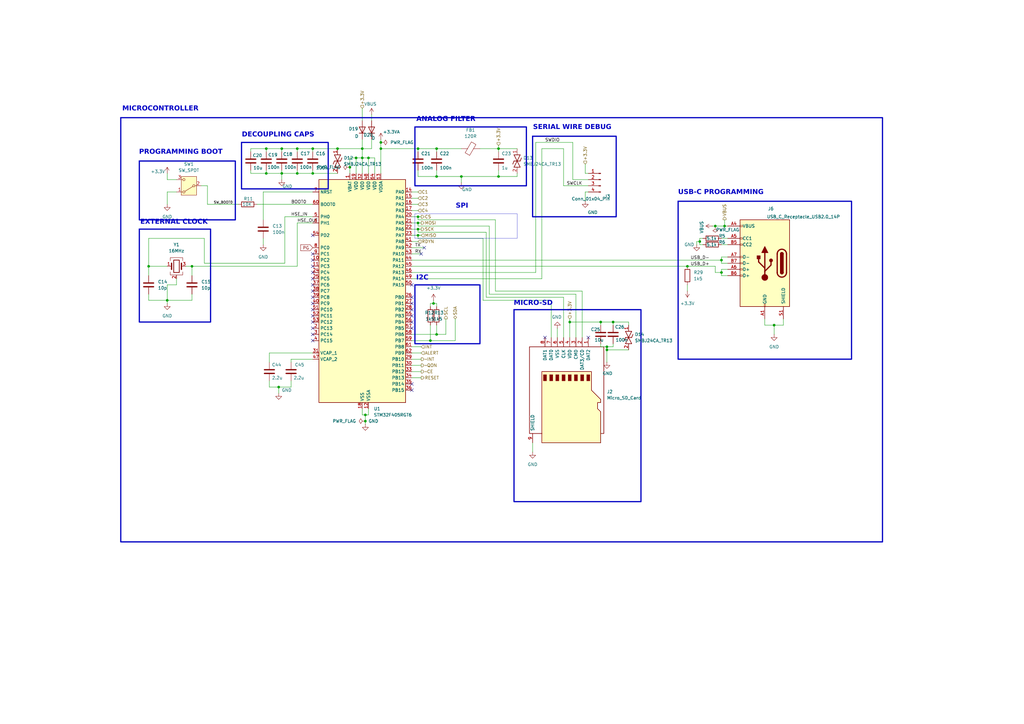
<source format=kicad_sch>
(kicad_sch (version 20250114) (generator "eeschema") (generator_version "9.0")
  (paper "A3")
  (lib_symbols
    (symbol "Connector:Conn_01x04_Pin" (pin_names (offset 1.016) (hide yes))
      (property "Reference" "J" (at 0 5.08 0))
      (property "Value" "Conn_01x04_Pin" (at 0 -7.62 0))
      (symbol "Conn_01x04_Pin_1_1"
        (rectangle (start 0.8636 2.667) (end 0 2.413) (stroke (width 0.1524)) (fill (type outline)))
        (rectangle (start 0.8636 0.127) (end 0 -0.127) (stroke (width 0.1524)) (fill (type outline)))
        (rectangle (start 0.8636 -2.413) (end 0 -2.667) (stroke (width 0.1524)) (fill (type outline)))
        (rectangle (start 0.8636 -4.953) (end 0 -5.207) (stroke (width 0.1524)) (fill (type outline)))
        (polyline (pts (xy 1.27 2.54) (xy 0.8636 2.54)) (stroke (width 0.1524)))
        (polyline (pts (xy 1.27 0) (xy 0.8636 0)) (stroke (width 0.1524)))
        (polyline (pts (xy 1.27 -2.54) (xy 0.8636 -2.54)) (stroke (width 0.1524)))
        (polyline (pts (xy 1.27 -5.08) (xy 0.8636 -5.08)) (stroke (width 0.1524)))
        (pin passive line (at 5.08 2.54 180) (length 3.81) (name "Pin_1") (number "1"))
        (pin passive line (at 5.08 0 180) (length 3.81) (name "Pin_2") (number "2"))
        (pin passive line (at 5.08 -2.54 180) (length 3.81) (name "Pin_3") (number "3"))
        (pin passive line (at 5.08 -5.08 180) (length 3.81) (name "Pin_4") (number "4"))
      )
    )
    (symbol "Connector:Micro_SD_Card" (pin_names (offset 1.016))
      (property "Reference" "J" (at -16.51 15.24 0))
      (property "Value" "Micro_SD_Card" (at 16.51 15.24 0))
      (symbol "Micro_SD_Card_0_1"
        (polyline (pts (xy -8.89 -11.43) (xy -8.89 8.89) (xy -1.27 8.89) (xy 2.54 12.7) (xy 3.81 12.7) (xy 3.81 11.43) (xy 6.35 11.43) (xy 7.62 12.7) (xy 20.32 12.7) (xy 20.32 -11.43) (xy -8.89 -11.43)) (stroke (width 0.254)) (fill (type background)))
        (rectangle (start -7.62 8.255) (end -5.08 6.985) (fill (type outline)))
        (rectangle (start -7.62 5.715) (end -5.08 4.445) (fill (type outline)))
        (rectangle (start -7.62 3.175) (end -5.08 1.905) (fill (type outline)))
        (rectangle (start -7.62 0.635) (end -5.08 -0.635) (fill (type outline)))
        (rectangle (start -7.62 -1.905) (end -5.08 -3.175) (fill (type outline)))
        (rectangle (start -7.62 -4.445) (end -5.08 -5.715) (fill (type outline)))
        (rectangle (start -7.62 -6.985) (end -5.08 -8.255) (fill (type outline)))
        (rectangle (start -7.62 -9.525) (end -5.08 -10.795) (fill (type outline)))
        (polyline (pts (xy 16.51 12.7) (xy 16.51 13.97) (xy -19.05 13.97) (xy -19.05 -16.51) (xy 16.51 -16.51) (xy 16.51 -11.43)) (stroke (width 0.254)))
      )
      (symbol "Micro_SD_Card_1_1"
        (pin bidirectional line (at -22.86 7.62 0) (length 3.81) (name "DAT2") (number "1"))
        (pin bidirectional line (at -22.86 5.08 0) (length 3.81) (name "DAT3/CD") (number "2"))
        (pin input line (at -22.86 2.54 0) (length 3.81) (name "CMD") (number "3"))
        (pin power_in line (at -22.86 0 0) (length 3.81) (name "VDD") (number "4"))
        (pin input line (at -22.86 -2.54 0) (length 3.81) (name "CLK") (number "5"))
        (pin power_in line (at -22.86 -5.08 0) (length 3.81) (name "VSS") (number "6"))
        (pin bidirectional line (at -22.86 -7.62 0) (length 3.81) (name "DAT0") (number "7"))
        (pin bidirectional line (at -22.86 -10.16 0) (length 3.81) (name "DAT1") (number "8"))
        (pin passive line (at 20.32 -15.24 180) (length 3.81) (name "SHIELD") (number "9"))
      )
    )
    (symbol "Connector:USB_C_Receptacle_USB2.0_14P" (pin_names (offset 1.016))
      (property "Reference" "J" (at 0 22.225 0))
      (property "Value" "USB_C_Receptacle_USB2.0_14P" (at 0 19.685 0))
      (symbol "USB_C_Receptacle_USB2.0_14P_0_0"
        (rectangle (start -0.254 -17.78) (end 0.254 -16.764))
        (rectangle (start 10.16 15.494) (end 9.144 14.986))
        (rectangle (start 10.16 10.414) (end 9.144 9.906))
        (rectangle (start 10.16 7.874) (end 9.144 7.366))
        (rectangle (start 10.16 2.794) (end 9.144 2.286))
        (rectangle (start 10.16 0.254) (end 9.144 -0.254))
        (rectangle (start 10.16 -2.286) (end 9.144 -2.794))
        (rectangle (start 10.16 -4.826) (end 9.144 -5.334))
      )
      (symbol "USB_C_Receptacle_USB2.0_14P_0_1"
        (rectangle (start -10.16 17.78) (end 10.16 -17.78) (stroke (width 0.254)) (fill (type background)))
        (polyline (pts (xy -8.89 -3.81) (xy -8.89 3.81)) (stroke (width 0.508)))
        (rectangle (start -7.62 -3.81) (end -6.35 3.81) (stroke (width 0.254)) (fill (type outline)))
        (arc (start -7.62 3.81) (mid -6.985 4.4423) (end -6.35 3.81) (stroke (width 0.254)))
        (arc (start -7.62 3.81) (mid -6.985 4.4423) (end -6.35 3.81) (stroke (width 0.254)) (fill (type outline)))
        (arc (start -8.89 3.81) (mid -6.985 5.7067) (end -5.08 3.81) (stroke (width 0.508)))
        (arc (start -5.08 -3.81) (mid -6.985 -5.7067) (end -8.89 -3.81) (stroke (width 0.508)))
        (arc (start -6.35 -3.81) (mid -6.985 -4.4423) (end -7.62 -3.81) (stroke (width 0.254)))
        (arc (start -6.35 -3.81) (mid -6.985 -4.4423) (end -7.62 -3.81) (stroke (width 0.254)) (fill (type outline)))
        (polyline (pts (xy -5.08 3.81) (xy -5.08 -3.81)) (stroke (width 0.508)))
        (circle (center -2.54 1.143) (radius 0.635) (stroke (width 0.254)) (fill (type outline)))
        (polyline (pts (xy -1.27 4.318) (xy 0 6.858) (xy 1.27 4.318) (xy -1.27 4.318)) (stroke (width 0.254)) (fill (type outline)))
        (polyline (pts (xy 0 -2.032) (xy 2.54 0.508) (xy 2.54 1.778)) (stroke (width 0.508)))
        (polyline (pts (xy 0 -3.302) (xy -2.54 -0.762) (xy -2.54 0.508)) (stroke (width 0.508)))
        (polyline (pts (xy 0 -5.842) (xy 0 4.318)) (stroke (width 0.508)))
        (circle (center 0 -5.842) (radius 1.27) (fill (type outline)))
        (rectangle (start 1.905 1.778) (end 3.175 3.048) (stroke (width 0.254)) (fill (type outline)))
      )
      (symbol "USB_C_Receptacle_USB2.0_14P_1_1"
        (pin passive line (at -7.62 -22.86 90) (length 5.08) (name "SHIELD") (number "S1"))
        (pin passive line (at 0 -22.86 90) (length 5.08) (name "GND") (number "A1"))
        (pin passive line (at 0 -22.86 90) (length 5.08) (hide yes) (name "GND") (number "A12"))
        (pin passive line (at 0 -22.86 90) (length 5.08) (hide yes) (name "GND") (number "B1"))
        (pin passive line (at 0 -22.86 90) (length 5.08) (hide yes) (name "GND") (number "B12"))
        (pin passive line (at 15.24 15.24 180) (length 5.08) (name "VBUS") (number "A4"))
        (pin passive line (at 15.24 15.24 180) (length 5.08) (hide yes) (name "VBUS") (number "A9"))
        (pin passive line (at 15.24 15.24 180) (length 5.08) (hide yes) (name "VBUS") (number "B4"))
        (pin passive line (at 15.24 15.24 180) (length 5.08) (hide yes) (name "VBUS") (number "B9"))
        (pin bidirectional line (at 15.24 10.16 180) (length 5.08) (name "CC1") (number "A5"))
        (pin bidirectional line (at 15.24 7.62 180) (length 5.08) (name "CC2") (number "B5"))
        (pin bidirectional line (at 15.24 2.54 180) (length 5.08) (name "D-") (number "A7"))
        (pin bidirectional line (at 15.24 0 180) (length 5.08) (name "D-") (number "B7"))
        (pin bidirectional line (at 15.24 -2.54 180) (length 5.08) (name "D+") (number "A6"))
        (pin bidirectional line (at 15.24 -5.08 180) (length 5.08) (name "D+") (number "B6"))
      )
    )
    (symbol "Crystal_GND24_1" (pin_names (offset 1.016) (hide yes))
      (property "Reference" "Y" (at 3.175 5.08 0))
      (property "Value" "Crystal_GND24" (at 3.175 3.175 0))
      (symbol "Crystal_GND24_1_0_1"
        (polyline (pts (xy -2.54 2.286) (xy -2.54 3.556) (xy 2.54 3.556) (xy 2.54 2.286)))
        (polyline (pts (xy -2.54 0) (xy -2.032 0)))
        (polyline (pts (xy -2.54 -2.286) (xy -2.54 -3.556) (xy 2.54 -3.556) (xy 2.54 -2.286)))
        (polyline (pts (xy -2.032 -1.27) (xy -2.032 1.27)) (stroke (width 0.508)))
        (rectangle (start -1.143 2.54) (end 1.143 -2.54) (stroke (width 0.3048)))
        (polyline (pts (xy 0 -3.81) (xy 0 -3.556)))
        (polyline (pts (xy 2.032 0) (xy 2.54 0)))
        (polyline (pts (xy 2.032 -1.27) (xy 2.032 1.27)) (stroke (width 0.508)))
      )
      (symbol "Crystal_GND24_1_1_1"
        (pin passive line (at -3.81 0 0) (length 1.27) (name "1") (number "1"))
        (pin passive line (at 0 -5.08 90) (length 1.27) (name "G") (number "2"))
        (pin passive line (at 0 -5.08 90) (length 1.27) (hide yes) (name "G") (number "4"))
        (pin passive line (at 3.81 0 180) (length 1.27) (name "3") (number "3"))
      )
    )
    (symbol "Device:C" (pin_numbers (hide yes)) (pin_names (offset 0.254))
      (property "Reference" "C" (at 0.635 2.54 0))
      (property "Value" "C" (at 0.635 -2.54 0))
      (symbol "C_0_1"
        (polyline (pts (xy -2.032 0.762) (xy 2.032 0.762)) (stroke (width 0.508)))
        (polyline (pts (xy -2.032 -0.762) (xy 2.032 -0.762)) (stroke (width 0.508)))
      )
      (symbol "C_1_1"
        (pin passive line (at 0 3.81 270) (length 2.794) (name "~") (number "1"))
        (pin passive line (at 0 -3.81 90) (length 2.794) (name "~") (number "2"))
      )
    )
    (symbol "Device:D" (pin_numbers (hide yes)) (pin_names (offset 1.016) (hide yes))
      (property "Reference" "D" (at 0 2.54 0))
      (property "Value" "D" (at 0 -2.54 0))
      (symbol "D_0_1"
        (polyline (pts (xy -1.27 1.27) (xy -1.27 -1.27)) (stroke (width 0.254)))
        (polyline (pts (xy 1.27 1.27) (xy 1.27 -1.27) (xy -1.27 0) (xy 1.27 1.27)) (stroke (width 0.254)))
        (polyline (pts (xy 1.27 0) (xy -1.27 0)))
      )
      (symbol "D_1_1"
        (pin passive line (at -3.81 0 0) (length 2.54) (name "K") (number "1"))
        (pin passive line (at 3.81 0 180) (length 2.54) (name "A") (number "2"))
      )
    )
    (symbol "Device:FerriteBead" (pin_numbers (hide yes)) (pin_names (offset 0))
      (property "Reference" "FB" (at -3.81 0.635 90))
      (property "Value" "FerriteBead" (at 3.81 0 90))
      (symbol "FerriteBead_0_1"
        (polyline (pts (xy -2.7686 0.4064) (xy -1.7018 2.2606) (xy 2.7686 -0.3048) (xy 1.6764 -2.159) (xy -2.7686 0.4064)))
        (polyline (pts (xy 0 1.27) (xy 0 1.2954)))
        (polyline (pts (xy 0 -1.27) (xy 0 -1.2192)))
      )
      (symbol "FerriteBead_1_1"
        (pin passive line (at 0 3.81 270) (length 2.54) (name "~") (number "1"))
        (pin passive line (at 0 -3.81 90) (length 2.54) (name "~") (number "2"))
      )
    )
    (symbol "Device:R" (pin_numbers (hide yes)) (pin_names (offset 0))
      (property "Reference" "R" (at 2.032 0 90))
      (property "Value" "R" (at 0 0 90))
      (symbol "R_0_1"
        (rectangle (start -1.016 -2.54) (end 1.016 2.54) (stroke (width 0.254)))
      )
      (symbol "R_1_1"
        (pin passive line (at 0 3.81 270) (length 1.27) (name "~") (number "1"))
        (pin passive line (at 0 -3.81 90) (length 1.27) (name "~") (number "2"))
      )
    )
    (symbol "MCU_ST_STM32F4:STM32F405RGTx"
      (property "Reference" "U" (at -17.78 46.99 0))
      (property "Value" "STM32F405RGTx" (at 10.16 46.99 0))
      (symbol "STM32F405RGTx_0_1"
        (rectangle (start -17.78 -45.72) (end 17.78 45.72) (stroke (width 0.254)) (fill (type background)))
      )
      (symbol "STM32F405RGTx_1_1"
        (pin input line (at -20.32 40.64 0) (length 2.54) (name "NRST") (number "7"))
        (pin input line (at -20.32 35.56 0) (length 2.54) (name "BOOT0") (number "60"))
        (pin bidirectional line (at -20.32 30.48 0) (length 2.54) (name "PH0") (number "5"))
        (pin bidirectional line (at -20.32 27.94 0) (length 2.54) (name "PH1") (number "6"))
        (pin bidirectional line (at -20.32 22.86 0) (length 2.54) (name "PD2") (number "54"))
        (pin bidirectional line (at -20.32 17.78 0) (length 2.54) (name "PC0") (number "8"))
        (pin bidirectional line (at -20.32 15.24 0) (length 2.54) (name "PC1") (number "9"))
        (pin bidirectional line (at -20.32 12.7 0) (length 2.54) (name "PC2") (number "10"))
        (pin bidirectional line (at -20.32 10.16 0) (length 2.54) (name "PC3") (number "11"))
        (pin bidirectional line (at -20.32 7.62 0) (length 2.54) (name "PC4") (number "24"))
        (pin bidirectional line (at -20.32 5.08 0) (length 2.54) (name "PC5") (number "25"))
        (pin bidirectional line (at -20.32 2.54 0) (length 2.54) (name "PC6") (number "37"))
        (pin bidirectional line (at -20.32 0 0) (length 2.54) (name "PC7") (number "38"))
        (pin bidirectional line (at -20.32 -2.54 0) (length 2.54) (name "PC8") (number "39"))
        (pin bidirectional line (at -20.32 -5.08 0) (length 2.54) (name "PC9") (number "40"))
        (pin bidirectional line (at -20.32 -7.62 0) (length 2.54) (name "PC10") (number "51"))
        (pin bidirectional line (at -20.32 -10.16 0) (length 2.54) (name "PC11") (number "52"))
        (pin bidirectional line (at -20.32 -12.7 0) (length 2.54) (name "PC12") (number "53"))
        (pin bidirectional line (at -20.32 -15.24 0) (length 2.54) (name "PC13") (number "2"))
        (pin bidirectional line (at -20.32 -17.78 0) (length 2.54) (name "PC14") (number "3"))
        (pin bidirectional line (at -20.32 -20.32 0) (length 2.54) (name "PC15") (number "4"))
        (pin power_out line (at -20.32 -25.4 0) (length 2.54) (name "VCAP_1") (number "31"))
        (pin power_out line (at -20.32 -27.94 0) (length 2.54) (name "VCAP_2") (number "47"))
        (pin power_in line (at -5.08 48.26 270) (length 2.54) (name "VBAT") (number "1"))
        (pin power_in line (at -2.54 48.26 270) (length 2.54) (name "VDD") (number "19"))
        (pin power_in line (at 0 48.26 270) (length 2.54) (name "VDD") (number "32"))
        (pin power_in line (at 0 -48.26 90) (length 2.54) (name "VSS") (number "18"))
        (pin passive line (at 0 -48.26 90) (length 2.54) (hide yes) (name "VSS") (number "63"))
        (pin power_in line (at 2.54 48.26 270) (length 2.54) (name "VDD") (number "48"))
        (pin power_in line (at 2.54 -48.26 90) (length 2.54) (name "VSSA") (number "12"))
        (pin power_in line (at 5.08 48.26 270) (length 2.54) (name "VDD") (number "64"))
        (pin power_in line (at 7.62 48.26 270) (length 2.54) (name "VDDA") (number "13"))
        (pin bidirectional line (at 20.32 40.64 180) (length 2.54) (name "PA0") (number "14"))
        (pin bidirectional line (at 20.32 38.1 180) (length 2.54) (name "PA1") (number "15"))
        (pin bidirectional line (at 20.32 35.56 180) (length 2.54) (name "PA2") (number "16"))
        (pin bidirectional line (at 20.32 33.02 180) (length 2.54) (name "PA3") (number "17"))
        (pin bidirectional line (at 20.32 30.48 180) (length 2.54) (name "PA4") (number "20"))
        (pin bidirectional line (at 20.32 27.94 180) (length 2.54) (name "PA5") (number "21"))
        (pin bidirectional line (at 20.32 25.4 180) (length 2.54) (name "PA6") (number "22"))
        (pin bidirectional line (at 20.32 22.86 180) (length 2.54) (name "PA7") (number "23"))
        (pin bidirectional line (at 20.32 20.32 180) (length 2.54) (name "PA8") (number "41"))
        (pin bidirectional line (at 20.32 17.78 180) (length 2.54) (name "PA9") (number "42"))
        (pin bidirectional line (at 20.32 15.24 180) (length 2.54) (name "PA10") (number "43"))
        (pin bidirectional line (at 20.32 12.7 180) (length 2.54) (name "PA11") (number "44"))
        (pin bidirectional line (at 20.32 10.16 180) (length 2.54) (name "PA12") (number "45"))
        (pin bidirectional line (at 20.32 7.62 180) (length 2.54) (name "PA13") (number "46"))
        (pin bidirectional line (at 20.32 5.08 180) (length 2.54) (name "PA14") (number "49"))
        (pin bidirectional line (at 20.32 2.54 180) (length 2.54) (name "PA15") (number "50"))
        (pin bidirectional line (at 20.32 -2.54 180) (length 2.54) (name "PB0") (number "26"))
        (pin bidirectional line (at 20.32 -5.08 180) (length 2.54) (name "PB1") (number "27"))
        (pin bidirectional line (at 20.32 -7.62 180) (length 2.54) (name "PB2") (number "28"))
        (pin bidirectional line (at 20.32 -10.16 180) (length 2.54) (name "PB3") (number "55"))
        (pin bidirectional line (at 20.32 -12.7 180) (length 2.54) (name "PB4") (number "56"))
        (pin bidirectional line (at 20.32 -15.24 180) (length 2.54) (name "PB5") (number "57"))
        (pin bidirectional line (at 20.32 -17.78 180) (length 2.54) (name "PB6") (number "58"))
        (pin bidirectional line (at 20.32 -20.32 180) (length 2.54) (name "PB7") (number "59"))
        (pin bidirectional line (at 20.32 -22.86 180) (length 2.54) (name "PB8") (number "61"))
        (pin bidirectional line (at 20.32 -25.4 180) (length 2.54) (name "PB9") (number "62"))
        (pin bidirectional line (at 20.32 -27.94 180) (length 2.54) (name "PB10") (number "29"))
        (pin bidirectional line (at 20.32 -30.48 180) (length 2.54) (name "PB11") (number "30"))
        (pin bidirectional line (at 20.32 -33.02 180) (length 2.54) (name "PB12") (number "33"))
        (pin bidirectional line (at 20.32 -35.56 180) (length 2.54) (name "PB13") (number "34"))
        (pin bidirectional line (at 20.32 -38.1 180) (length 2.54) (name "PB14") (number "35"))
        (pin bidirectional line (at 20.32 -40.64 180) (length 2.54) (name "PB15") (number "36"))
      )
    )
    (symbol "SMBJ24CA_TR13_1" (pin_names (hide yes))
      (property "Reference" "D" (at 12.7 8.89 0))
      (property "Value" "SMBJ24CA_TR13" (at 12.7 6.35 0))
      (symbol "SMBJ24CA_TR13_1_1_1"
        (polyline (pts (xy 5.08 1.27) (xy 5.08 -1.27)) (stroke (width 0.254)))
        (polyline (pts (xy 5.08 1.27) (xy 7.62 0)) (stroke (width 0.254)))
        (polyline (pts (xy 6.35 1.778) (xy 7.62 1.27)) (stroke (width 0.254)))
        (polyline (pts (xy 7.62 0) (xy 5.08 -1.27)) (stroke (width 0.254)))
        (polyline (pts (xy 7.62 0) (xy 10.16 -1.27)) (stroke (width 0.254)))
        (polyline (pts (xy 7.62 -1.27) (xy 7.62 1.27)) (stroke (width 0.254)))
        (polyline (pts (xy 7.62 -1.27) (xy 8.89 -1.778)) (stroke (width 0.254)))
        (polyline (pts (xy 10.16 1.27) (xy 7.62 0)) (stroke (width 0.254)))
        (polyline (pts (xy 10.16 1.27) (xy 10.16 -1.27)) (stroke (width 0.254)))
        (pin passive line (at 2.54 0 0) (length 2.54) (name "1") (number "1"))
        (pin passive line (at 12.7 0 180) (length 2.54) (name "2") (number "2"))
      )
    )
    (symbol "Switch:SW_SPDT" (pin_names (offset 0) (hide yes))
      (property "Reference" "SW" (at 0 5.08 0))
      (property "Value" "SW_SPDT" (at 0 -5.08 0))
      (symbol "SW_SPDT_0_1"
        (circle (center -2.032 0) (radius 0.4572))
        (polyline (pts (xy -1.651 0.254) (xy 1.651 2.286)))
        (circle (center 2.032 2.54) (radius 0.4572))
        (circle (center 2.032 -2.54) (radius 0.4572))
      )
      (symbol "SW_SPDT_1_1"
        (rectangle (start -3.175 3.81) (end 3.175 -3.81) (fill (type background)))
        (pin passive line (at -5.08 0 0) (length 2.54) (name "B") (number "2"))
        (pin passive line (at 5.08 2.54 180) (length 2.54) (name "A") (number "1"))
        (pin passive line (at 5.08 -2.54 180) (length 2.54) (name "C") (number "3"))
      )
    )
    (symbol "power:+3.3V" (power) (pin_numbers (hide yes)) (pin_names (offset 0) (hide yes))
      (property "Value" "+3.3V" (at 0 3.556 0))
      (symbol "+3.3V_0_1"
        (polyline (pts (xy -0.762 1.27) (xy 0 2.54)))
        (polyline (pts (xy 0 2.54) (xy 0.762 1.27)))
        (polyline (pts (xy 0 0) (xy 0 2.54)))
      )
      (symbol "+3.3V_1_1"
        (pin power_in line (at 0 0 90) (length 0) (name "~") (number "1"))
      )
    )
    (symbol "power:+3.3VA" (power) (pin_numbers (hide yes)) (pin_names (offset 0) (hide yes))
      (property "Value" "+3.3VA" (at 0 3.556 0))
      (symbol "+3.3VA_0_1"
        (polyline (pts (xy -0.762 1.27) (xy 0 2.54)))
        (polyline (pts (xy 0 2.54) (xy 0.762 1.27)))
        (polyline (pts (xy 0 0) (xy 0 2.54)))
      )
      (symbol "+3.3VA_1_1"
        (pin power_in line (at 0 0 90) (length 0) (name "~") (number "1"))
      )
    )
    (symbol "power:GND" (power) (pin_numbers (hide yes)) (pin_names (offset 0) (hide yes))
      (property "Value" "GND" (at 0 -3.81 0))
      (symbol "GND_0_1"
        (polyline (pts (xy 0 0) (xy 0 -1.27) (xy 1.27 -1.27) (xy 0 -2.54) (xy -1.27 -1.27) (xy 0 -1.27)))
      )
      (symbol "GND_1_1"
        (pin power_in line (at 0 0 270) (length 0) (name "~") (number "1"))
      )
    )
    (symbol "power:PWR_FLAG" (power) (pin_numbers (hide yes)) (pin_names (offset 0) (hide yes))
      (property "Value" "PWR_FLAG" (at 0 3.81 0))
      (symbol "PWR_FLAG_0_0"
        (pin power_out line (at 0 0 90) (length 0) (name "~") (number "1"))
      )
      (symbol "PWR_FLAG_0_1"
        (polyline (pts (xy 0 0) (xy 0 1.27) (xy -1.016 1.905) (xy 0 2.54) (xy 1.016 1.905) (xy 0 1.27)))
      )
    )
    (symbol "power:VBUS" (power) (pin_numbers (hide yes)) (pin_names (offset 0) (hide yes))
      (property "Value" "VBUS" (at 0 3.556 0))
      (symbol "VBUS_0_1"
        (polyline (pts (xy -0.762 1.27) (xy 0 2.54)))
        (polyline (pts (xy 0 2.54) (xy 0.762 1.27)))
        (polyline (pts (xy 0 0) (xy 0 2.54)))
      )
      (symbol "VBUS_1_1"
        (pin power_in line (at 0 0 90) (length 0) (name "~") (number "1"))
      )
    )
  )
  (rectangle (start 170.18 87.63) (end 212.09 97.79) (stroke (width 0.1)))
  (rectangle (start 57.15 93.98) (end 86.36 132.08) (stroke (width 0.5)))
  (rectangle (start 278.13 82.55) (end 349.25 147.32) (stroke (width 0.5)))
  (rectangle (start 170.18 116.84) (end 196.85 140.97) (stroke (width 0.5)))
  (rectangle (start 99.06 58.42) (end 134.62 77.47) (stroke (width 0.5)))
  (rectangle (start 49.53 48.26) (end 361.95 222.25) (stroke (width 0.5)))
  (rectangle (start 170.18 52.07) (end 215.9 76.2) (stroke (width 0.5)))
  (rectangle (start 218.44 55.88) (end 252.73 88.9) (stroke (width 0.5)))
  (rectangle (start 210.82 127) (end 262.89 205.74) (stroke (width 0.5)))
  (rectangle (start 57.15 66.04) (end 96.52 90.17) (stroke (width 0.5)))
  (text "USB-C PROGRAMMING" (at 295.656 79.502 0) (effects (font (size 2 2) (thickness 0.254) (bold yes))))
  (text "SPI" (at 189.484 85.09 0) (effects (font (size 2 2) (thickness 0.254) (bold yes))))
  (text "MICROCONTROLLER" (at 65.786 45.212 0) (effects (font (size 2 2) (thickness 0.254) (bold yes))))
  (text "DECOUPLING CAPS" (at 114.046 55.88 0) (effects (font (size 2 2) (thickness 0.254) (bold yes))))
  (text "SERIAL WIRE DEBUG" (at 234.696 52.832 0) (effects (font (size 2 2) (thickness 0.254) (bold yes))))
  (text "MICRO-SD" (at 218.694 124.968 0) (effects (font (size 2 2) (thickness 0.254) (bold yes))))
  (text "PROGRAMMING BOOT" (at 74.168 62.992 0) (effects (font (size 2 2) (thickness 0.254) (bold yes))))
  (text "EXTERNAL CLOCK\n" (at 71.374 91.694 0) (effects (font (size 2 2) (thickness 0.254) (bold yes))))
  (text "I2C\n" (at 173.228 114.554 0) (effects (font (size 2 2) (thickness 0.254) (bold yes))))
  (text "ANALOG FILTER" (at 182.88 49.53 0) (effects (font (size 2 2) (thickness 0.254) (bold yes))))
  (junction (at 248.92 142.24))
  (junction (at 156.21 60.96))
  (junction (at 138.43 60.96))
  (junction (at 115.57 60.96))
  (junction (at 149.86 172.72))
  (junction (at 148.59 64.77))
  (junction (at 171.45 93.98))
  (junction (at 156.21 58.42))
  (junction (at 78.74 109.22))
  (junction (at 114.3 158.75))
  (junction (at 281.94 109.22))
  (junction (at 121.92 71.12))
  (junction (at 189.23 72.39))
  (junction (at 171.45 91.44))
  (junction (at 204.47 72.39))
  (junction (at 179.07 137.16))
  (junction (at 204.47 60.96))
  (junction (at 171.45 88.9))
  (junction (at 317.5 133.35))
  (junction (at 128.27 71.12))
  (junction (at 179.07 60.96))
  (junction (at 295.91 106.68))
  (junction (at 176.53 139.7))
  (junction (at 143.51 68.58))
  (junction (at 121.92 60.96))
  (junction (at 297.18 92.71))
  (junction (at 171.45 96.52))
  (junction (at 246.38 132.08))
  (junction (at 151.13 64.77))
  (junction (at 68.58 123.19))
  (junction (at 109.22 60.96))
  (junction (at 179.07 72.39))
  (junction (at 128.27 60.96))
  (junction (at 149.86 170.18))
  (junction (at 295.91 111.76))
  (junction (at 60.96 109.22))
  (junction (at 171.45 60.96))
  (junction (at 115.57 71.12))
  (junction (at 148.59 60.96))
  (junction (at 251.46 132.08))
  (junction (at 109.22 71.12))
  (junction (at 248.92 143.51))
  (junction (at 146.05 64.77))
  (junction (at 177.8 124.46))
  (junction (at 287.02 99.06))
  (junction (at 293.37 92.71))
  (junction (at 233.68 132.08))
  (no_connect (at 128.27 134.62))
  (no_connect (at 168.91 134.62))
  (no_connect (at 128.27 109.22))
  (no_connect (at 128.27 139.7))
  (no_connect (at 128.27 111.76))
  (no_connect (at 241.3 138.43))
  (no_connect (at 168.91 132.08))
  (no_connect (at 128.27 127))
  (no_connect (at 173.99 101.6))
  (no_connect (at 128.27 137.16))
  (no_connect (at 128.27 104.14))
  (no_connect (at 168.91 127))
  (no_connect (at 168.91 124.46))
  (no_connect (at 168.91 160.02))
  (no_connect (at 128.27 96.52))
  (no_connect (at 172.72 104.14))
  (no_connect (at 223.52 138.43))
  (no_connect (at 128.27 124.46))
  (no_connect (at 128.27 121.92))
  (no_connect (at 168.91 129.54))
  (no_connect (at 128.27 129.54))
  (no_connect (at 128.27 119.38))
  (no_connect (at 168.91 121.92))
  (no_connect (at 128.27 114.3))
  (no_connect (at 168.91 116.84))
  (no_connect (at 128.27 116.84))
  (no_connect (at 128.27 132.08))
  (no_connect (at 168.91 157.48))
  (no_connect (at 128.27 106.68))
  (wire (pts (xy 295.91 97.79) (xy 298.45 97.79)))
  (wire (pts (xy 168.91 91.44) (xy 171.45 91.44)))
  (wire (pts (xy 171.45 92.71) (xy 200.66 92.71)))
  (wire (pts (xy 292.1 92.71) (xy 293.37 92.71)))
  (wire (pts (xy 168.91 154.94) (xy 172.72 154.94)))
  (wire (pts (xy 234.95 58.42) (xy 234.95 73.66)))
  (wire (pts (xy 204.47 60.96) (xy 212.09 60.96)))
  (wire (pts (xy 293.37 111.76) (xy 295.91 111.76)))
  (wire (pts (xy 128.27 60.96) (xy 128.27 62.23)))
  (wire (pts (xy 176.53 124.46) (xy 177.8 124.46)))
  (wire (pts (xy 168.91 144.78) (xy 172.72 144.78)))
  (wire (pts (xy 85.09 76.2) (xy 82.55 76.2)))
  (wire (pts (xy 171.45 72.39) (xy 179.07 72.39)))
  (wire (pts (xy 226.06 123.19) (xy 198.12 123.19)))
  (wire (pts (xy 251.46 132.08) (xy 257.81 132.08)))
  (wire (pts (xy 321.31 130.81) (xy 321.31 133.35)))
  (wire (pts (xy 115.57 69.85) (xy 115.57 71.12)))
  (wire (pts (xy 171.45 97.79) (xy 198.12 97.79)))
  (wire (pts (xy 236.22 138.43) (xy 236.22 120.65)))
  (wire (pts (xy 176.53 125.73) (xy 176.53 124.46)))
  (wire (pts (xy 102.87 71.12) (xy 109.22 71.12)))
  (wire (pts (xy 219.71 58.42) (xy 234.95 58.42)))
  (wire (pts (xy 171.45 60.96) (xy 179.07 60.96)))
  (wire (pts (xy 148.59 170.18) (xy 149.86 170.18)))
  (wire (pts (xy 114.3 158.75) (xy 114.3 161.29)))
  (wire (pts (xy 76.2 109.22) (xy 78.74 109.22)))
  (wire (pts (xy 78.74 109.22) (xy 121.92 109.22)))
  (wire (pts (xy 226.06 138.43) (xy 226.06 123.19)))
  (wire (pts (xy 298.45 92.71) (xy 297.18 92.71)))
  (wire (pts (xy 171.45 96.52) (xy 171.45 97.79)))
  (wire (pts (xy 248.92 142.24) (xy 246.38 142.24)))
  (wire (pts (xy 171.45 93.98) (xy 171.45 95.25)))
  (wire (pts (xy 233.68 130.81) (xy 233.68 132.08)))
  (wire (pts (xy 148.59 167.64) (xy 148.59 170.18)))
  (wire (pts (xy 153.67 64.77) (xy 151.13 64.77)))
  (wire (pts (xy 288.29 100.33) (xy 287.02 100.33)))
  (wire (pts (xy 152.4 46.99) (xy 152.4 49.53)))
  (wire (pts (xy 128.27 71.12) (xy 128.27 69.85)))
  (wire (pts (xy 200.66 120.65) (xy 200.66 92.71)))
  (wire (pts (xy 248.92 142.24) (xy 248.92 143.51)))
  (wire (pts (xy 293.37 109.22) (xy 293.37 111.76)))
  (wire (pts (xy 119.38 148.59) (xy 119.38 147.32)))
  (wire (pts (xy 186.69 130.81) (xy 186.69 139.7)))
  (wire (pts (xy 240.03 82.55) (xy 240.03 78.74)))
  (wire (pts (xy 168.91 106.68) (xy 295.91 106.68)))
  (wire (pts (xy 295.91 111.76) (xy 295.91 113.03)))
  (wire (pts (xy 68.58 116.84) (xy 72.39 116.84)))
  (wire (pts (xy 287.02 99.06) (xy 287.02 97.79)))
  (wire (pts (xy 102.87 69.85) (xy 102.87 71.12)))
  (wire (pts (xy 153.67 71.12) (xy 153.67 64.77)))
  (wire (pts (xy 317.5 133.35) (xy 317.5 137.16)))
  (wire (pts (xy 156.21 60.96) (xy 171.45 60.96)))
  (wire (pts (xy 313.69 133.35) (xy 317.5 133.35)))
  (wire (pts (xy 317.5 133.35) (xy 321.31 133.35)))
  (wire (pts (xy 72.39 73.66) (xy 68.58 73.66)))
  (wire (pts (xy 149.86 170.18) (xy 151.13 170.18)))
  (wire (pts (xy 222.25 60.96) (xy 222.25 114.3)))
  (wire (pts (xy 248.92 143.51) (xy 248.92 148.59)))
  (wire (pts (xy 251.46 140.97) (xy 251.46 142.24)))
  (wire (pts (xy 241.3 73.66) (xy 234.95 73.66)))
  (wire (pts (xy 138.43 71.12) (xy 128.27 71.12)))
  (wire (pts (xy 148.59 64.77) (xy 146.05 64.77)))
  (wire (pts (xy 85.09 83.82) (xy 85.09 76.2)))
  (wire (pts (xy 156.21 60.96) (xy 156.21 71.12)))
  (wire (pts (xy 196.85 60.96) (xy 204.47 60.96)))
  (wire (pts (xy 121.92 60.96) (xy 115.57 60.96)))
  (wire (pts (xy 110.49 158.75) (xy 114.3 158.75)))
  (wire (pts (xy 151.13 64.77) (xy 148.59 64.77)))
  (wire (pts (xy 128.27 88.9) (xy 116.84 88.9)))
  (wire (pts (xy 218.44 181.61) (xy 218.44 185.42)))
  (wire (pts (xy 179.07 62.23) (xy 179.07 60.96)))
  (wire (pts (xy 241.3 71.12) (xy 240.03 71.12)))
  (wire (pts (xy 313.69 130.81) (xy 313.69 133.35)))
  (wire (pts (xy 240.03 78.74) (xy 241.3 78.74)))
  (wire (pts (xy 156.21 58.42) (xy 156.21 60.96)))
  (wire (pts (xy 251.46 132.08) (xy 251.46 133.35)))
  (wire (pts (xy 177.8 124.46) (xy 179.07 124.46)))
  (wire (pts (xy 228.6 134.62) (xy 228.6 138.43)))
  (wire (pts (xy 72.39 78.74) (xy 68.58 78.74)))
  (wire (pts (xy 171.45 91.44) (xy 171.45 92.71)))
  (wire (pts (xy 83.82 107.95) (xy 83.82 97.79)))
  (wire (pts (xy 115.57 60.96) (xy 109.22 60.96)))
  (wire (pts (xy 212.09 71.12) (xy 212.09 72.39)))
  (wire (pts (xy 168.91 137.16) (xy 179.07 137.16)))
  (wire (pts (xy 115.57 71.12) (xy 115.57 73.66)))
  (wire (pts (xy 241.3 76.2) (xy 231.14 76.2)))
  (wire (pts (xy 121.92 71.12) (xy 128.27 71.12)))
  (wire (pts (xy 231.14 138.43) (xy 231.14 121.92)))
  (wire (pts (xy 121.92 60.96) (xy 121.92 62.23)))
  (wire (pts (xy 85.09 83.82) (xy 97.79 83.82)))
  (wire (pts (xy 78.74 109.22) (xy 78.74 113.03)))
  (wire (pts (xy 219.71 111.76) (xy 219.71 58.42)))
  (wire (pts (xy 121.92 69.85) (xy 121.92 71.12)))
  (wire (pts (xy 231.14 60.96) (xy 231.14 76.2)))
  (wire (pts (xy 143.51 68.58) (xy 143.51 71.12)))
  (wire (pts (xy 171.45 60.96) (xy 171.45 62.23)))
  (wire (pts (xy 116.84 88.9) (xy 116.84 107.95)))
  (wire (pts (xy 171.45 95.25) (xy 199.39 95.25)))
  (wire (pts (xy 151.13 170.18) (xy 151.13 167.64)))
  (wire (pts (xy 156.21 57.15) (xy 156.21 58.42)))
  (wire (pts (xy 128.27 78.74) (xy 107.95 78.74)))
  (wire (pts (xy 204.47 60.96) (xy 204.47 62.23)))
  (wire (pts (xy 298.45 107.95) (xy 295.91 107.95)))
  (wire (pts (xy 295.91 105.41) (xy 295.91 106.68)))
  (wire (pts (xy 176.53 139.7) (xy 186.69 139.7)))
  (wire (pts (xy 128.27 60.96) (xy 121.92 60.96)))
  (wire (pts (xy 203.2 119.38) (xy 203.2 90.17)))
  (wire (pts (xy 285.75 99.06) (xy 285.75 100.33)))
  (wire (pts (xy 257.81 132.08) (xy 257.81 133.35)))
  (wire (pts (xy 246.38 132.08) (xy 251.46 132.08)))
  (wire (pts (xy 179.07 69.85) (xy 179.07 72.39)))
  (wire (pts (xy 168.91 96.52) (xy 171.45 96.52)))
  (wire (pts (xy 168.91 83.82) (xy 171.45 83.82)))
  (wire (pts (xy 110.49 156.21) (xy 110.49 158.75)))
  (wire (pts (xy 168.91 99.06) (xy 171.45 99.06)))
  (wire (pts (xy 171.45 69.85) (xy 171.45 72.39)))
  (wire (pts (xy 233.68 132.08) (xy 233.68 138.43)))
  (wire (pts (xy 168.91 142.24) (xy 172.72 142.24)))
  (wire (pts (xy 60.96 123.19) (xy 68.58 123.19)))
  (wire (pts (xy 171.45 93.98) (xy 172.72 93.98)))
  (wire (pts (xy 295.91 113.03) (xy 298.45 113.03)))
  (wire (pts (xy 116.84 107.95) (xy 83.82 107.95)))
  (wire (pts (xy 168.91 104.14) (xy 172.72 104.14)))
  (wire (pts (xy 298.45 110.49) (xy 295.91 110.49)))
  (wire (pts (xy 231.14 60.96) (xy 222.25 60.96)))
  (wire (pts (xy 143.51 64.77) (xy 146.05 64.77)))
  (wire (pts (xy 110.49 144.78) (xy 110.49 148.59)))
  (wire (pts (xy 168.91 88.9) (xy 171.45 88.9)))
  (wire (pts (xy 109.22 71.12) (xy 115.57 71.12)))
  (wire (pts (xy 179.07 137.16) (xy 182.88 137.16)))
  (wire (pts (xy 60.96 120.65) (xy 60.96 123.19)))
  (wire (pts (xy 168.91 86.36) (xy 171.45 86.36)))
  (wire (pts (xy 287.02 97.79) (xy 288.29 97.79)))
  (wire (pts (xy 168.91 93.98) (xy 171.45 93.98)))
  (wire (pts (xy 60.96 109.22) (xy 68.58 109.22)))
  (wire (pts (xy 168.91 139.7) (xy 176.53 139.7)))
  (wire (pts (xy 198.12 123.19) (xy 198.12 97.79)))
  (wire (pts (xy 168.91 81.28) (xy 171.45 81.28)))
  (wire (pts (xy 297.18 90.17) (xy 297.18 92.71)))
  (wire (pts (xy 105.41 83.82) (xy 128.27 83.82)))
  (wire (pts (xy 204.47 72.39) (xy 189.23 72.39)))
  (wire (pts (xy 212.09 72.39) (xy 204.47 72.39)))
  (wire (pts (xy 295.91 106.68) (xy 295.91 107.95)))
  (wire (pts (xy 151.13 71.12) (xy 151.13 64.77)))
  (wire (pts (xy 246.38 140.97) (xy 246.38 142.24)))
  (wire (pts (xy 102.87 60.96) (xy 102.87 62.23)))
  (wire (pts (xy 107.95 97.79) (xy 107.95 100.33)))
  (wire (pts (xy 72.39 116.84) (xy 72.39 114.3)))
  (wire (pts (xy 168.91 147.32) (xy 172.72 147.32)))
  (wire (pts (xy 179.07 60.96) (xy 189.23 60.96)))
  (wire (pts (xy 168.91 111.76) (xy 219.71 111.76)))
  (wire (pts (xy 121.92 91.44) (xy 128.27 91.44)))
  (wire (pts (xy 143.51 64.77) (xy 143.51 68.58)))
  (wire (pts (xy 68.58 116.84) (xy 68.58 123.19)))
  (wire (pts (xy 168.91 149.86) (xy 172.72 149.86)))
  (wire (pts (xy 238.76 138.43) (xy 238.76 119.38)))
  (wire (pts (xy 293.37 92.71) (xy 297.18 92.71)))
  (wire (pts (xy 115.57 60.96) (xy 115.57 62.23)))
  (wire (pts (xy 281.94 109.22) (xy 293.37 109.22)))
  (wire (pts (xy 168.91 78.74) (xy 171.45 78.74)))
  (wire (pts (xy 138.43 60.96) (xy 148.59 60.96)))
  (wire (pts (xy 109.22 60.96) (xy 109.22 62.23)))
  (wire (pts (xy 119.38 156.21) (xy 119.38 158.75)))
  (wire (pts (xy 246.38 132.08) (xy 246.38 133.35)))
  (wire (pts (xy 295.91 100.33) (xy 298.45 100.33)))
  (wire (pts (xy 248.92 142.24) (xy 251.46 142.24)))
  (wire (pts (xy 199.39 121.92) (xy 199.39 95.25)))
  (wire (pts (xy 189.23 72.39) (xy 179.07 72.39)))
  (wire (pts (xy 287.02 100.33) (xy 287.02 99.06)))
  (wire (pts (xy 60.96 97.79) (xy 60.96 109.22)))
  (wire (pts (xy 171.45 91.44) (xy 172.72 91.44)))
  (wire (pts (xy 60.96 109.22) (xy 60.96 113.03)))
  (wire (pts (xy 109.22 69.85) (xy 109.22 71.12)))
  (wire (pts (xy 204.47 69.85) (xy 204.47 72.39)))
  (wire (pts (xy 171.45 90.17) (xy 203.2 90.17)))
  (wire (pts (xy 236.22 120.65) (xy 200.66 120.65)))
  (wire (pts (xy 83.82 97.79) (xy 60.96 97.79)))
  (wire (pts (xy 248.92 143.51) (xy 257.81 143.51)))
  (wire (pts (xy 119.38 147.32) (xy 128.27 147.32)))
  (wire (pts (xy 110.49 144.78) (xy 128.27 144.78)))
  (wire (pts (xy 177.8 123.19) (xy 177.8 124.46)))
  (wire (pts (xy 121.92 109.22) (xy 121.92 91.44)))
  (wire (pts (xy 285.75 99.06) (xy 287.02 99.06)))
  (wire (pts (xy 148.59 71.12) (xy 148.59 64.77)))
  (wire (pts (xy 168.91 152.4) (xy 172.72 152.4)))
  (wire (pts (xy 281.94 119.38) (xy 281.94 116.84)))
  (wire (pts (xy 295.91 110.49) (xy 295.91 111.76)))
  (wire (pts (xy 222.25 114.3) (xy 168.91 114.3)))
  (wire (pts (xy 240.03 71.12) (xy 240.03 67.31)))
  (wire (pts (xy 204.47 59.69) (xy 204.47 60.96)))
  (wire (pts (xy 146.05 64.77) (xy 146.05 71.12)))
  (wire (pts (xy 148.59 60.96) (xy 152.4 60.96)))
  (wire (pts (xy 148.59 44.45) (xy 148.59 49.53)))
  (wire (pts (xy 238.76 119.38) (xy 203.2 119.38)))
  (wire (pts (xy 295.91 105.41) (xy 298.45 105.41)))
  (wire (pts (xy 233.68 132.08) (xy 246.38 132.08)))
  (wire (pts (xy 68.58 78.74) (xy 68.58 83.82)))
  (wire (pts (xy 176.53 133.35) (xy 176.53 139.7)))
  (wire (pts (xy 168.91 109.22) (xy 281.94 109.22)))
  (wire (pts (xy 148.59 57.15) (xy 148.59 60.96)))
  (wire (pts (xy 114.3 158.75) (xy 119.38 158.75)))
  (wire (pts (xy 171.45 88.9) (xy 172.72 88.9)))
  (wire (pts (xy 171.45 88.9) (xy 171.45 90.17)))
  (wire (pts (xy 68.58 73.66) (xy 68.58 71.12)))
  (wire (pts (xy 148.59 60.96) (xy 148.59 64.77)))
  (wire (pts (xy 107.95 78.74) (xy 107.95 90.17)))
  (wire (pts (xy 78.74 123.19) (xy 68.58 123.19)))
  (wire (pts (xy 149.86 172.72) (xy 149.86 173.99)))
  (wire (pts (xy 189.23 72.39) (xy 189.23 74.93)))
  (wire (pts (xy 149.86 170.18) (xy 149.86 172.72)))
  (wire (pts (xy 109.22 60.96) (xy 102.87 60.96)))
  (wire (pts (xy 115.57 71.12) (xy 121.92 71.12)))
  (wire (pts (xy 128.27 60.96) (xy 138.43 60.96)))
  (wire (pts (xy 68.58 124.46) (xy 68.58 123.19)))
  (wire (pts (xy 152.4 57.15) (xy 152.4 60.96)))
  (wire (pts (xy 231.14 121.92) (xy 199.39 121.92)))
  (wire (pts (xy 168.91 101.6) (xy 173.99 101.6)))
  (wire (pts (xy 179.07 133.35) (xy 179.07 137.16)))
  (wire (pts (xy 78.74 120.65) (xy 78.74 123.19)))
  (wire (pts (xy 179.07 124.46) (xy 179.07 125.73)))
  (wire (pts (xy 171.45 96.52) (xy 172.72 96.52)))
  (wire (pts (xy 182.88 130.81) (xy 182.88 137.16)))
  (label "SWCLK" (at 232.41 76.2 0))
  (label "SW_BOOT0" (at 87.63 83.82 0) (effects (font (size 1 1))))
  (label "BOOT0" (at 119.38 83.82 0))
  (label "TX" (at 170.18 101.6 0))
  (label "SWDIO" (at 223.52 58.42 0))
  (label "USB_D+" (at 283.21 109.22 0))
  (label "HSE_OUT" (at 121.92 91.44 0))
  (label "RX" (at 170.18 104.14 0))
  (label "HSE_IN" (at 119.38 88.9 0))
  (label "USB_D-" (at 283.21 106.68 0))
  (global_label "PG" (shape input) (at 128.27 101.6 180) (property "Intersheetrefs" "${INTERSHEET_REFS}" (effects (hide yes))))
  (hierarchical_label "RESET" (shape output) (at 172.72 154.94 0))
  (hierarchical_label "+3.3V" (shape input) (at 148.59 44.45 90))
  (hierarchical_label "MISO" (shape input) (at 172.72 96.52 0))
  (hierarchical_label "SDA" (shape bidirectional) (at 186.69 130.81 90))
  (hierarchical_label "VBUS" (shape output) (at 297.18 90.17 90))
  (hierarchical_label "~QON" (shape output) (at 172.72 149.86 0))
  (hierarchical_label "C3" (shape input) (at 171.45 83.82 0))
  (hierarchical_label "C4" (shape input) (at 171.45 86.36 0))
  (hierarchical_label "ALERT" (shape input) (at 172.72 144.78 0))
  (hierarchical_label "RDYN" (shape input) (at 171.45 99.06 0))
  (hierarchical_label "SCL" (shape output) (at 182.88 130.81 90))
  (hierarchical_label "+3.3V" (shape input) (at 204.47 59.69 90))
  (hierarchical_label "~CE" (shape output) (at 172.72 152.4 0))
  (hierarchical_label "+3.3V" (shape input) (at 240.03 67.31 90))
  (hierarchical_label "+3.3V" (shape input) (at 233.68 130.81 90))
  (hierarchical_label "~INT" (shape output) (at 172.72 147.32 0))
  (hierarchical_label "INT" (shape input) (at 172.72 142.24 0))
  (hierarchical_label "C1" (shape input) (at 171.45 78.74 0))
  (hierarchical_label "MOSI" (shape output) (at 172.72 91.44 0))
  (hierarchical_label "CS" (shape output) (at 172.72 88.9 0))
  (hierarchical_label "C2" (shape input) (at 171.45 81.28 0))
  (hierarchical_label "SCK" (shape output) (at 172.72 93.98 0))
  (symbol (lib_id "power:GND") (at 240.03 82.55 0) (unit 1)
    (property "Reference" "#PWR021" (effects (hide yes)))
    (property "Value" "GND" (at 243.078 87.122 0))
    (property "Description" "Power symbol creates a global label with name \"GND\" , ground" (effects (hide yes)))
  )
  (symbol (lib_id "power:GND") (at 149.86 173.99 0) (unit 1)
    (property "Reference" "#PWR01" (effects (hide yes)))
    (property "Value" "GND" (at 153.162 172.72 0))
    (property "Description" "Power symbol creates a global label with name \"GND\" , ground" (effects (hide yes)))
  )
  (symbol (lib_id "power:+3.3V") (at 68.58 71.12 0) (unit 1)
    (property "Reference" "#PWR023" (effects (hide yes)))
    (property "Value" "+3.3V" (at 64.77 70.358 0))
    (property "Description" "Power symbol creates a global label with name \"+3.3V\"" (effects (hide yes)))
  )
  (symbol (lib_id "Device:C") (at 179.07 66.04 0) (unit 1)
    (property "Reference" "C22" (at 180.34 62.992 0) (effects (justify left)))
    (property "Value" "100n" (at 180.34 68.834 0) (effects (justify left)))
    (property "Description" "Unpolarized capacitor" (effects (hide yes)))
  )
  (symbol (lib_id "Device:C") (at 128.27 66.04 0) (unit 1)
    (property "Reference" "C16" (at 129.54 62.992 0) (effects (justify left)))
    (property "Value" "100n" (at 129.54 68.834 0) (effects (justify left)))
    (property "Description" "Unpolarized capacitor" (effects (hide yes)))
  )
  (symbol (lib_id "power:GND") (at 114.3 161.29 0) (unit 1)
    (property "Reference" "#PWR058" (effects (hide yes)))
    (property "Value" "GND" (at 117.602 160.02 0))
    (property "Description" "Power symbol creates a global label with name \"GND\" , ground" (effects (hide yes)))
  )
  (symbol (lib_id "power:VBUS") (at 292.1 92.71 90) (unit 1)
    (property "Reference" "#PWR014" (effects (hide yes)))
    (property "Value" "VBUS" (at 287.782 93.218 0))
    (property "Description" "Power symbol creates a global label with name \"VBUS\"" (effects (hide yes)))
  )
  (symbol (lib_id "Device:R") (at 292.1 97.79 90) (unit 1)
    (property "Reference" "R5" (at 296.164 96.774 90))
    (property "Value" "5.1k" (at 291.846 97.79 90))
    (property "Description" "Resistor" (effects (hide yes)))
  )
  (symbol (lib_id "power:+3.3V") (at 177.8 123.19 0) (unit 1)
    (property "Reference" "#PWR031" (effects (hide yes)))
    (property "Value" "+3.3V" (at 177.8 118.11 0))
    (property "Description" "Power symbol creates a global label with name \"+3.3V\"" (effects (hide yes)))
  )
  (symbol (lib_id "Device:C") (at 246.38 137.16 0) (unit 1)
    (property "Reference" "C25" (at 242.316 135.128 0) (effects (justify left)))
    (property "Value" "10u" (at 243.84 139.446 0) (effects (justify left)))
    (property "Description" "Unpolarized capacitor" (effects (hide yes)))
  )
  (symbol (lib_id "MCU_ST_STM32F4:STM32F405RGTx") (at 148.59 119.38 0) (unit 1)
    (property "Reference" "U1" (at 153.2733 167.64 0) (effects (justify left)))
    (property "Value" "STM32F405RGT6" (at 153.2733 170.18 0) (effects (justify left)))
    (property "Footprint" "Package_QFP:LQFP-64_10x10mm_P0.5mm" (effects (hide yes)))
    (property "Datasheet" "https://www.st.com/resource/en/datasheet/stm32f405rg.pdf" (effects (hide yes)))
    (property "Description" "STMicroelectronics Arm Cortex-M4 MCU, 1024KB flash, 192KB RAM, 168 MHz, 1.8-3.6V, 51 GPIO, LQFP64" (effects (hide yes)))
  )
  (symbol (lib_id "power:PWR_FLAG") (at 143.51 68.58 90) (unit 1)
    (property "Reference" "#FLG010" (effects (hide yes)))
    (property "Value" "PWR_FLAG" (at 139.7 68.5799 90) (effects (justify left)))
    (property "Description" "Special symbol for telling ERC where power comes from" (effects (hide yes)))
  )
  (symbol (lib_id "Device:C") (at 110.49 152.4 180) (unit 1)
    (property "Reference" "C44" (at 111.506 149.606 0) (effects (justify right)))
    (property "Value" "2.2u" (at 111.506 154.94 0) (effects (justify right)))
    (property "Description" "Unpolarized capacitor" (effects (hide yes)))
  )
  (symbol (lib_id "power:PWR_FLAG") (at 149.86 172.72 90) (unit 1)
    (property "Reference" "#FLG05" (effects (hide yes)))
    (property "Value" "PWR_FLAG" (at 146.05 172.7199 90) (effects (justify left)))
    (property "Description" "Special symbol for telling ERC where power comes from" (effects (hide yes)))
  )
  (symbol (lib_id "Connector:USB_C_Receptacle_USB2.0_14P") (at 313.69 107.95 0) (mirror y) (unit 1)
    (property "Reference" "J6" (at 314.96 85.598 0) (effects (justify right)))
    (property "Value" "USB_C_Receptacle_USB2.0_14P" (at 314.452 88.9 0) (effects (justify right)))
    (property "Datasheet" "https://www.usb.org/sites/default/files/documents/usb_type-c.zip" (effects (hide yes)))
    (property "Description" "USB 2.0-only 14P Type-C Receptacle connector" (effects (hide yes)))
  )
  (symbol (lib_id "power:GND") (at 317.5 137.16 0) (unit 1)
    (property "Reference" "#PWR081" (effects (hide yes)))
    (property "Value" "GND" (at 317.5 142.24 0))
    (property "Description" "Power symbol creates a global label with name \"GND\" , ground" (effects (hide yes)))
  )
  (symbol (lib_id "Connector:Micro_SD_Card") (at 233.68 161.29 270) (unit 1)
    (property "Reference" "J2" (at 248.92 160.6549 90) (effects (justify left)))
    (property "Value" "Micro_SD_Card" (at 248.92 163.1949 90) (effects (justify left)))
    (property "Datasheet" "https://www.we-online.com/components/products/datasheet/693072010801.pdf" (effects (hide yes)))
    (property "Description" "Micro SD Card Socket" (effects (hide yes)))
  )
  (symbol (lib_id "power:GND") (at 68.58 83.82 0) (unit 1)
    (property "Reference" "#PWR022" (effects (hide yes)))
    (property "Value" "GND" (at 68.58 88.9 0))
    (property "Description" "Power symbol creates a global label with name \"GND\" , ground" (effects (hide yes)))
  )
  (symbol (lib_id "Connector:Conn_01x04_Pin") (at 246.38 73.66 0) (mirror y) (unit 1)
    (property "Reference" "J3" (at 247.904 80.518 0) (effects (justify right)))
    (property "Value" "Conn_01x04_Pin" (at 234.442 81.534 0) (effects (justify right)))
    (property "Description" "Generic connector, single row, 01x04, script generated" (effects (hide yes)))
  )
  (symbol (lib_id "Device:R") (at 292.1 100.33 90) (unit 1)
    (property "Reference" "R6" (at 296.164 99.314 90))
    (property "Value" "5.1k" (at 291.846 100.33 90))
    (property "Description" "Resistor" (effects (hide yes)))
  )
  (symbol (lib_id "power:+3.3VA") (at 156.21 57.15 0) (unit 1)
    (property "Reference" "#PWR028" (effects (hide yes)))
    (property "Value" "+3.3VA" (at 160.528 54.102 0))
    (property "Description" "Power symbol creates a global label with name \"+3.3VA\"" (effects (hide yes)))
  )
  (symbol (lib_name "SMBJ24CA_TR13_1") (lib_id "SMBJ24CA_TR13:SMBJ24CA_TR13") (at 138.43 58.42 270) (unit 1)
    (property "Reference" "D12" (at 140.97 64.7699 90) (effects (justify left)))
    (property "Value" "SMBJ24CA_TR13" (at 140.97 67.3099 90) (effects (justify left)))
    (property "Footprint" "SMBJ24CA_TR13:DIONM5436X265N" (effects (hide yes)))
    (property "Datasheet" "https://4donline.ihs.com/images/VipMasterIC/IC/MCBU/MCBUS00041/MCBUS00041-1.pdf?hkey=61A2E4C270F0397D049F8F05BD4F1054" (effects (hide yes)))
    (property "Description" "38.9V Clamp 15.5A Ipp Tvs Diode Surface Mount DO-214AA (SMB)" (effects (hide yes)))
    (property "Height" "2.65" (effects (hide yes)))
    (property "Mouser Part Number" "603-SMBJ24CA/TR13" (effects (hide yes)))
    (property "Mouser Price/Stock" "https://www.mouser.co.uk/ProductDetail/YAGEO/SMBJ24CA-TR13?qs=PzGy0jfpSMvGAe65GS0rOg%3D%3D" (effects (hide yes)))
    (property "Manufacturer_Name" "YAGEO" (effects (hide yes)))
    (property "Manufacturer_Part_Number" "SMBJ24CA/TR13" (effects (hide yes)))
  )
  (symbol (lib_id "Device:C") (at 102.87 66.04 0) (unit 1)
    (property "Reference" "C20" (at 103.632 63.754 0) (effects (justify left)))
    (property "Value" "10u" (at 103.886 68.834 0) (effects (justify left)))
    (property "Description" "Unpolarized capacitor" (effects (hide yes)))
  )
  (symbol (lib_id "power:VBUS") (at 152.4 46.99 0) (unit 1)
    (property "Reference" "#PWR079" (effects (hide yes)))
    (property "Value" "VBUS" (at 151.892 42.672 0))
    (property "Description" "Power symbol creates a global label with name \"VBUS\"" (effects (hide yes)))
  )
  (symbol (lib_id "Device:R") (at 281.94 113.03 0) (unit 1)
    (property "Reference" "R29" (at 284.48 111.7599 0) (effects (justify left)))
    (property "Value" "1k5" (at 284.48 114.2999 0) (effects (justify left)))
    (property "Description" "Resistor" (effects (hide yes)))
  )
  (symbol (lib_id "power:PWR_FLAG") (at 156.21 58.42 270) (unit 1)
    (property "Reference" "#FLG01" (effects (hide yes)))
    (property "Value" "PWR_FLAG" (at 160.02 58.4199 90) (effects (justify left)))
    (property "Description" "Special symbol for telling ERC where power comes from" (effects (hide yes)))
  )
  (symbol (lib_id "Switch:SW_SPDT") (at 77.47 76.2 180) (unit 1)
    (property "Reference" "SW1" (at 77.47 67.31 0))
    (property "Value" "SW_SPDT" (at 77.47 69.85 0))
    (property "Description" "Switch, single pole double throw" (effects (hide yes)))
  )
  (symbol (lib_id "power:GND") (at 189.23 74.93 0) (unit 1)
    (property "Reference" "#PWR029" (effects (hide yes)))
    (property "Value" "GND" (at 191.516 77.724 0))
    (property "Description" "Power symbol creates a global label with name \"GND\" , ground" (effects (hide yes)))
  )
  (symbol (lib_id "power:GND") (at 107.95 100.33 0) (unit 1)
    (property "Reference" "#PWR024" (effects (hide yes)))
    (property "Value" "GND" (at 107.95 105.41 0))
    (property "Description" "Power symbol creates a global label with name \"GND\" , ground" (effects (hide yes)))
  )
  (symbol (lib_id "power:GND") (at 115.57 73.66 0) (unit 1)
    (property "Reference" "#PWR027" (effects (hide yes)))
    (property "Value" "GND" (at 117.856 76.454 0))
    (property "Description" "Power symbol creates a global label with name \"GND\" , ground" (effects (hide yes)))
  )
  (symbol (lib_id "Device:C") (at 119.38 152.4 180) (unit 1)
    (property "Reference" "C45" (at 120.904 149.606 0) (effects (justify right)))
    (property "Value" "2.2u" (at 120.396 154.94 0) (effects (justify right)))
    (property "Description" "Unpolarized capacitor" (effects (hide yes)))
  )
  (symbol (lib_id "Device:C") (at 251.46 137.16 0) (unit 1)
    (property "Reference" "C26" (at 252.222 134.112 0) (effects (justify left)))
    (property "Value" "100n" (at 252.476 139.446 0) (effects (justify left)))
    (property "Description" "Unpolarized capacitor" (effects (hide yes)))
  )
  (symbol (lib_id "Device:D") (at 152.4 53.34 90) (unit 1)
    (property "Reference" "D20" (at 149.098 55.372 90) (effects (justify right)))
    (property "Value" "D" (at 152.4 56.642 90) (effects (justify right)))
    (property "Description" "Diode" (effects (hide yes)))
    (property "Sim.Device" "D" (effects (hide yes)))
    (property "Sim.Pins" "1=K 2=A" (effects (hide yes)))
  )
  (symbol (lib_name "SMBJ24CA_TR13_1") (lib_id "SMBJ24CA_TR13:SMBJ24CA_TR13") (at 212.09 58.42 270) (unit 1)
    (property "Reference" "D13" (at 214.63 64.7699 90) (effects (justify left)))
    (property "Value" "SMBJ24CA_TR13" (at 214.63 67.3099 90) (effects (justify left)))
    (property "Footprint" "SMBJ24CA_TR13:DIONM5436X265N" (effects (hide yes)))
    (property "Datasheet" "https://4donline.ihs.com/images/VipMasterIC/IC/MCBU/MCBUS00041/MCBUS00041-1.pdf?hkey=61A2E4C270F0397D049F8F05BD4F1054" (effects (hide yes)))
    (property "Description" "38.9V Clamp 15.5A Ipp Tvs Diode Surface Mount DO-214AA (SMB)" (effects (hide yes)))
    (property "Height" "2.65" (effects (hide yes)))
    (property "Mouser Part Number" "603-SMBJ24CA/TR13" (effects (hide yes)))
    (property "Mouser Price/Stock" "https://www.mouser.co.uk/ProductDetail/YAGEO/SMBJ24CA-TR13?qs=PzGy0jfpSMvGAe65GS0rOg%3D%3D" (effects (hide yes)))
    (property "Manufacturer_Name" "YAGEO" (effects (hide yes)))
    (property "Manufacturer_Part_Number" "SMBJ24CA/TR13" (effects (hide yes)))
  )
  (symbol (lib_id "Device:R") (at 101.6 83.82 90) (unit 1)
    (property "Reference" "R11" (at 101.854 81.534 90))
    (property "Value" "10K" (at 101.346 83.82 90))
    (property "Description" "Resistor" (effects (hide yes)))
  )
  (symbol (lib_id "power:GND") (at 218.44 185.42 0) (unit 1)
    (property "Reference" "#PWR07" (effects (hide yes)))
    (property "Value" "GND" (at 218.44 190.5 0))
    (property "Description" "Power symbol creates a global label with name \"GND\" , ground" (effects (hide yes)))
  )
  (symbol (lib_id "power:GND") (at 228.6 134.62 180) (unit 1)
    (property "Reference" "#PWR032" (effects (hide yes)))
    (property "Value" "GND" (at 228.346 130.048 0))
    (property "Description" "Power symbol creates a global label with name \"GND\" , ground" (effects (hide yes)))
  )
  (symbol (lib_id "Device:C") (at 60.96 116.84 0) (unit 1)
    (property "Reference" "C14" (at 64.77 115.5699 0) (effects (justify left)))
    (property "Value" "10p" (at 64.77 118.1099 0) (effects (justify left)))
    (property "Description" "Unpolarized capacitor" (effects (hide yes)))
  )
  (symbol (lib_id "power:GND") (at 285.75 100.33 0) (unit 1)
    (property "Reference" "#PWR045" (effects (hide yes)))
    (property "Value" "GND" (at 282.702 100.33 0))
    (property "Description" "Power symbol creates a global label with name \"GND\" , ground" (effects (hide yes)))
  )
  (symbol (lib_id "power:GND") (at 68.58 124.46 0) (unit 1)
    (property "Reference" "#PWR025" (effects (hide yes)))
    (property "Value" "GND" (at 68.58 129.54 0))
    (property "Description" "Power symbol creates a global label with name \"GND\" , ground" (effects (hide yes)))
  )
  (symbol (lib_id "Device:C") (at 109.22 66.04 0) (unit 1)
    (property "Reference" "C19" (at 109.982 63.5 0) (effects (justify left)))
    (property "Value" "100n" (at 109.728 68.58 0) (effects (justify left)))
    (property "Description" "Unpolarized capacitor" (effects (hide yes)))
  )
  (symbol (lib_id "Device:R") (at 176.53 129.54 0) (unit 1)
    (property "Reference" "R12" (at 174.244 128.27 0) (effects (justify left)))
    (property "Value" "1k5" (at 174.498 130.81 0) (effects (justify left)))
    (property "Description" "Resistor" (effects (hide yes)))
  )
  (symbol (lib_id "power:+3.3V") (at 281.94 119.38 180) (unit 1)
    (property "Reference" "#PWR080" (effects (hide yes)))
    (property "Value" "+3.3V" (at 281.94 124.46 0))
    (property "Description" "Power symbol creates a global label with name \"+3.3V\"" (effects (hide yes)))
  )
  (symbol (lib_id "Device:D") (at 148.59 53.34 90) (unit 1)
    (property "Reference" "D19" (at 143.002 52.832 90) (effects (justify right)))
    (property "Value" "D" (at 145.542 55.88 90) (effects (justify right)))
    (property "Description" "Diode" (effects (hide yes)))
    (property "Sim.Device" "D" (effects (hide yes)))
    (property "Sim.Pins" "1=K 2=A" (effects (hide yes)))
  )
  (symbol (lib_name "Crystal_GND24_1") (lib_id "Device:Crystal_GND24") (at 72.39 109.22 0) (unit 1)
    (property "Reference" "Y1" (at 72.39 100.33 0))
    (property "Value" "16MHz" (at 72.39 102.87 0))
    (property "Description" "Four pin crystal, GND on pins 2 and 4" (effects (hide yes)))
    (property private "KLC_S3.3" "The rectangle is not a symbol body but a graphical element" (effects (hide yes)))
    (property private "KLC_S4.1" "Some pins are on 50mil grid to make the symbol small" (effects (hide yes)))
  )
  (symbol (lib_id "Device:C") (at 78.74 116.84 0) (unit 1)
    (property "Reference" "C15" (at 82.55 115.5699 0) (effects (justify left)))
    (property "Value" "10p" (at 82.55 118.1099 0) (effects (justify left)))
    (property "Description" "Unpolarized capacitor" (effects (hide yes)))
  )
  (symbol (lib_id "Device:C") (at 121.92 66.04 0) (unit 1)
    (property "Reference" "C17" (at 123.19 62.992 0) (effects (justify left)))
    (property "Value" "100n" (at 122.936 68.58 0) (effects (justify left)))
    (property "Description" "Unpolarized capacitor" (effects (hide yes)))
  )
  (symbol (lib_id "Device:C") (at 115.57 66.04 0) (unit 1)
    (property "Reference" "C18" (at 116.078 63.246 0) (effects (justify left)))
    (property "Value" "100n" (at 116.586 68.58 0) (effects (justify left)))
    (property "Description" "Unpolarized capacitor" (effects (hide yes)))
  )
  (symbol (lib_id "power:GND") (at 248.92 148.59 0) (unit 1)
    (property "Reference" "#PWR041" (effects (hide yes)))
    (property "Value" "GND" (at 249.174 153.162 0))
    (property "Description" "Power symbol creates a global label with name \"GND\" , ground" (effects (hide yes)))
  )
  (symbol (lib_id "Device:C") (at 171.45 66.04 0) (unit 1)
    (property "Reference" "C21" (at 172.72 62.992 0) (effects (justify left)))
    (property "Value" "100n" (at 172.72 68.834 0) (effects (justify left)))
    (property "Description" "Unpolarized capacitor" (effects (hide yes)))
  )
  (symbol (lib_id "Device:FerriteBead") (at 193.04 60.96 90) (unit 1)
    (property "Reference" "FB1" (at 192.9892 53.34 90))
    (property "Value" "120R" (at 192.9892 55.88 90))
    (property "Description" "Ferrite bead" (effects (hide yes)))
  )
  (symbol (lib_id "power:PWR_FLAG") (at 293.37 92.71 180) (unit 1)
    (property "Reference" "#FLG08" (effects (hide yes)))
    (property "Value" "PWR_FLAG" (at 298.45 94.234 0))
    (property "Description" "Special symbol for telling ERC where power comes from" (effects (hide yes)))
  )
  (symbol (lib_id "Device:R") (at 179.07 129.54 0) (unit 1)
    (property "Reference" "R13" (at 178.054 128.27 0) (effects (justify left)))
    (property "Value" "1k5" (at 177.8 130.81 0) (effects (justify left)))
    (property "Description" "Resistor" (effects (hide yes)))
  )
  (symbol (lib_id "Device:C") (at 204.47 66.04 0) (unit 1)
    (property "Reference" "C23" (at 205.74 62.992 0) (effects (justify left)))
    (property "Value" "1u" (at 205.74 68.834 0) (effects (justify left)))
    (property "Description" "Unpolarized capacitor" (effects (hide yes)))
  )
  (symbol (lib_id "Device:C") (at 107.95 93.98 0) (unit 1)
    (property "Reference" "C13" (at 111.76 92.7099 0) (effects (justify left)))
    (property "Value" "100n" (at 111.76 95.2499 0) (effects (justify left)))
    (property "Description" "Unpolarized capacitor" (effects (hide yes)))
  )
  (symbol (lib_name "SMBJ24CA_TR13_1") (lib_id "SMBJ24CA_TR13:SMBJ24CA_TR13") (at 257.81 130.81 270) (unit 1)
    (property "Reference" "D14" (at 260.35 137.1599 90) (effects (justify left)))
    (property "Value" "SMBJ24CA_TR13" (at 260.35 139.6999 90) (effects (justify left)))
    (property "Footprint" "SMBJ24CA_TR13:DIONM5436X265N" (effects (hide yes)))
    (property "Datasheet" "https://4donline.ihs.com/images/VipMasterIC/IC/MCBU/MCBUS00041/MCBUS00041-1.pdf?hkey=61A2E4C270F0397D049F8F05BD4F1054" (effects (hide yes)))
    (property "Description" "38.9V Clamp 15.5A Ipp Tvs Diode Surface Mount DO-214AA (SMB)" (effects (hide yes)))
    (property "Height" "2.65" (effects (hide yes)))
    (property "Mouser Part Number" "603-SMBJ24CA/TR13" (effects (hide yes)))
    (property "Mouser Price/Stock" "https://www.mouser.co.uk/ProductDetail/YAGEO/SMBJ24CA-TR13?qs=PzGy0jfpSMvGAe65GS0rOg%3D%3D" (effects (hide yes)))
    (property "Manufacturer_Name" "YAGEO" (effects (hide yes)))
    (property "Manufacturer_Part_Number" "SMBJ24CA/TR13" (effects (hide yes)))
  )
)
</source>
